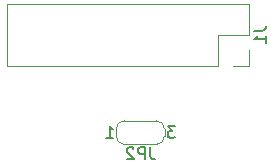
<source format=gbr>
%TF.GenerationSoftware,KiCad,Pcbnew,8.0.7-unknown-202501031821~9d36205ced~ubuntu20.04.1*%
%TF.CreationDate,2025-01-13T23:31:32-03:00*%
%TF.ProjectId,Wise-Shield-32,57697365-2d53-4686-9965-6c642d33322e,rev?*%
%TF.SameCoordinates,Original*%
%TF.FileFunction,Legend,Bot*%
%TF.FilePolarity,Positive*%
%FSLAX46Y46*%
G04 Gerber Fmt 4.6, Leading zero omitted, Abs format (unit mm)*
G04 Created by KiCad (PCBNEW 8.0.7-unknown-202501031821~9d36205ced~ubuntu20.04.1) date 2025-01-13 23:31:32*
%MOMM*%
%LPD*%
G01*
G04 APERTURE LIST*
%ADD10C,0.150000*%
%ADD11C,0.120000*%
G04 APERTURE END LIST*
D10*
X129033333Y-85754819D02*
X129033333Y-86469104D01*
X129033333Y-86469104D02*
X129080952Y-86611961D01*
X129080952Y-86611961D02*
X129176190Y-86707200D01*
X129176190Y-86707200D02*
X129319047Y-86754819D01*
X129319047Y-86754819D02*
X129414285Y-86754819D01*
X128557142Y-86754819D02*
X128557142Y-85754819D01*
X128557142Y-85754819D02*
X128176190Y-85754819D01*
X128176190Y-85754819D02*
X128080952Y-85802438D01*
X128080952Y-85802438D02*
X128033333Y-85850057D01*
X128033333Y-85850057D02*
X127985714Y-85945295D01*
X127985714Y-85945295D02*
X127985714Y-86088152D01*
X127985714Y-86088152D02*
X128033333Y-86183390D01*
X128033333Y-86183390D02*
X128080952Y-86231009D01*
X128080952Y-86231009D02*
X128176190Y-86278628D01*
X128176190Y-86278628D02*
X128557142Y-86278628D01*
X127604761Y-85850057D02*
X127557142Y-85802438D01*
X127557142Y-85802438D02*
X127461904Y-85754819D01*
X127461904Y-85754819D02*
X127223809Y-85754819D01*
X127223809Y-85754819D02*
X127128571Y-85802438D01*
X127128571Y-85802438D02*
X127080952Y-85850057D01*
X127080952Y-85850057D02*
X127033333Y-85945295D01*
X127033333Y-85945295D02*
X127033333Y-86040533D01*
X127033333Y-86040533D02*
X127080952Y-86183390D01*
X127080952Y-86183390D02*
X127652380Y-86754819D01*
X127652380Y-86754819D02*
X127033333Y-86754819D01*
X125314285Y-84954819D02*
X125885713Y-84954819D01*
X125599999Y-84954819D02*
X125599999Y-83954819D01*
X125599999Y-83954819D02*
X125695237Y-84097676D01*
X125695237Y-84097676D02*
X125790475Y-84192914D01*
X125790475Y-84192914D02*
X125885713Y-84240533D01*
X131133332Y-83954819D02*
X130514285Y-83954819D01*
X130514285Y-83954819D02*
X130847618Y-84335771D01*
X130847618Y-84335771D02*
X130704761Y-84335771D01*
X130704761Y-84335771D02*
X130609523Y-84383390D01*
X130609523Y-84383390D02*
X130561904Y-84431009D01*
X130561904Y-84431009D02*
X130514285Y-84526247D01*
X130514285Y-84526247D02*
X130514285Y-84764342D01*
X130514285Y-84764342D02*
X130561904Y-84859580D01*
X130561904Y-84859580D02*
X130609523Y-84907200D01*
X130609523Y-84907200D02*
X130704761Y-84954819D01*
X130704761Y-84954819D02*
X130990475Y-84954819D01*
X130990475Y-84954819D02*
X131085713Y-84907200D01*
X131085713Y-84907200D02*
X131133332Y-84859580D01*
X137824819Y-75896666D02*
X138539104Y-75896666D01*
X138539104Y-75896666D02*
X138681961Y-75849047D01*
X138681961Y-75849047D02*
X138777200Y-75753809D01*
X138777200Y-75753809D02*
X138824819Y-75610952D01*
X138824819Y-75610952D02*
X138824819Y-75515714D01*
X138824819Y-76896666D02*
X138824819Y-76325238D01*
X138824819Y-76610952D02*
X137824819Y-76610952D01*
X137824819Y-76610952D02*
X137967676Y-76515714D01*
X137967676Y-76515714D02*
X138062914Y-76420476D01*
X138062914Y-76420476D02*
X138110533Y-76325238D01*
D11*
%TO.C,JP2*%
X126150000Y-84800000D02*
X126150000Y-84200000D01*
X126800000Y-83500000D02*
X129600000Y-83500000D01*
X129600000Y-85500000D02*
X126800000Y-85500000D01*
X130250000Y-84200000D02*
X130250000Y-84800000D01*
X126150000Y-84200000D02*
G75*
G02*
X126850000Y-83500000I699999J1D01*
G01*
X126850000Y-85500000D02*
G75*
G02*
X126150000Y-84800000I-1J699999D01*
G01*
X129550000Y-83500000D02*
G75*
G02*
X130250000Y-84200000I0J-700000D01*
G01*
X130250000Y-84800000D02*
G75*
G02*
X129550000Y-85500000I-700000J0D01*
G01*
%TO.C,J1*%
X116930000Y-73630000D02*
X116930000Y-78830000D01*
X116930000Y-73630000D02*
X137370000Y-73630000D01*
X116930000Y-78830000D02*
X134770000Y-78830000D01*
X134770000Y-76230000D02*
X134770000Y-78830000D01*
X137370000Y-73630000D02*
X137370000Y-76230000D01*
X137370000Y-76230000D02*
X134770000Y-76230000D01*
X137370000Y-77500000D02*
X137370000Y-78830000D01*
X137370000Y-78830000D02*
X136040000Y-78830000D01*
%TD*%
M02*

</source>
